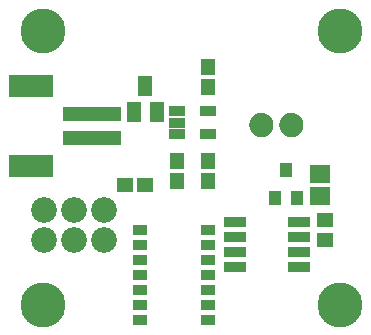
<source format=gbr>
G04 EAGLE Gerber RS-274X export*
G75*
%MOMM*%
%FSLAX34Y34*%
%LPD*%
%INSoldermask Top*%
%IPPOS*%
%AMOC8*
5,1,8,0,0,1.08239X$1,22.5*%
G01*
%ADD10C,3.804800*%
%ADD11R,1.004800X1.304800*%
%ADD12R,1.854800X0.904800*%
%ADD13R,1.404800X1.304800*%
%ADD14R,1.304800X0.804800*%
%ADD15R,1.404800X0.904800*%
%ADD16C,1.000000*%
%ADD17R,1.304800X1.404800*%
%ADD18R,1.304800X1.704800*%
%ADD19R,4.904800X1.304800*%
%ADD20R,3.704800X1.904800*%
%ADD21C,2.184400*%
%ADD22R,1.804800X1.604800*%


D10*
X29000Y29000D03*
X281000Y29000D03*
X29000Y261000D03*
X281000Y261000D03*
D11*
X235000Y143000D03*
X225500Y119000D03*
X244500Y119000D03*
D12*
X192000Y99050D03*
X192000Y86350D03*
X192000Y73650D03*
X192000Y60950D03*
X246000Y60950D03*
X246000Y73650D03*
X246000Y86350D03*
X246000Y99050D03*
D13*
X268000Y100500D03*
X268000Y83500D03*
D14*
X111250Y54000D03*
X168750Y54000D03*
X111250Y79400D03*
X168750Y79400D03*
X111250Y66700D03*
X168750Y66700D03*
X111250Y92100D03*
X168750Y92100D03*
X111250Y28600D03*
X168750Y28600D03*
X111250Y15900D03*
X168750Y15900D03*
X111250Y41300D03*
X168750Y41300D03*
D15*
X143000Y192500D03*
X143000Y183000D03*
X143000Y173500D03*
X169000Y173500D03*
X169000Y192500D03*
D16*
X234700Y181000D02*
X234702Y181141D01*
X234708Y181282D01*
X234718Y181422D01*
X234732Y181562D01*
X234750Y181702D01*
X234771Y181841D01*
X234797Y181980D01*
X234826Y182118D01*
X234860Y182254D01*
X234897Y182390D01*
X234938Y182525D01*
X234983Y182659D01*
X235032Y182791D01*
X235084Y182922D01*
X235140Y183051D01*
X235200Y183178D01*
X235263Y183304D01*
X235329Y183428D01*
X235400Y183551D01*
X235473Y183671D01*
X235550Y183789D01*
X235630Y183905D01*
X235714Y184018D01*
X235800Y184129D01*
X235890Y184238D01*
X235983Y184344D01*
X236078Y184447D01*
X236177Y184548D01*
X236278Y184646D01*
X236382Y184741D01*
X236489Y184833D01*
X236598Y184922D01*
X236710Y185007D01*
X236824Y185090D01*
X236940Y185170D01*
X237059Y185246D01*
X237180Y185318D01*
X237302Y185388D01*
X237427Y185453D01*
X237553Y185516D01*
X237681Y185574D01*
X237811Y185629D01*
X237942Y185681D01*
X238075Y185728D01*
X238209Y185772D01*
X238344Y185813D01*
X238480Y185849D01*
X238617Y185881D01*
X238755Y185910D01*
X238893Y185935D01*
X239033Y185955D01*
X239173Y185972D01*
X239313Y185985D01*
X239454Y185994D01*
X239594Y185999D01*
X239735Y186000D01*
X239876Y185997D01*
X240017Y185990D01*
X240157Y185979D01*
X240297Y185964D01*
X240437Y185945D01*
X240576Y185923D01*
X240714Y185896D01*
X240852Y185866D01*
X240988Y185831D01*
X241124Y185793D01*
X241258Y185751D01*
X241392Y185705D01*
X241524Y185656D01*
X241654Y185602D01*
X241783Y185545D01*
X241910Y185485D01*
X242036Y185421D01*
X242159Y185353D01*
X242281Y185282D01*
X242401Y185208D01*
X242518Y185130D01*
X242633Y185049D01*
X242746Y184965D01*
X242857Y184878D01*
X242965Y184787D01*
X243070Y184694D01*
X243173Y184597D01*
X243273Y184498D01*
X243370Y184396D01*
X243464Y184291D01*
X243555Y184184D01*
X243643Y184074D01*
X243728Y183962D01*
X243810Y183847D01*
X243889Y183730D01*
X243964Y183611D01*
X244036Y183490D01*
X244104Y183367D01*
X244169Y183242D01*
X244231Y183115D01*
X244288Y182986D01*
X244343Y182856D01*
X244393Y182725D01*
X244440Y182592D01*
X244483Y182458D01*
X244522Y182322D01*
X244557Y182186D01*
X244589Y182049D01*
X244616Y181911D01*
X244640Y181772D01*
X244660Y181632D01*
X244676Y181492D01*
X244688Y181352D01*
X244696Y181211D01*
X244700Y181070D01*
X244700Y180930D01*
X244696Y180789D01*
X244688Y180648D01*
X244676Y180508D01*
X244660Y180368D01*
X244640Y180228D01*
X244616Y180089D01*
X244589Y179951D01*
X244557Y179814D01*
X244522Y179678D01*
X244483Y179542D01*
X244440Y179408D01*
X244393Y179275D01*
X244343Y179144D01*
X244288Y179014D01*
X244231Y178885D01*
X244169Y178758D01*
X244104Y178633D01*
X244036Y178510D01*
X243964Y178389D01*
X243889Y178270D01*
X243810Y178153D01*
X243728Y178038D01*
X243643Y177926D01*
X243555Y177816D01*
X243464Y177709D01*
X243370Y177604D01*
X243273Y177502D01*
X243173Y177403D01*
X243070Y177306D01*
X242965Y177213D01*
X242857Y177122D01*
X242746Y177035D01*
X242633Y176951D01*
X242518Y176870D01*
X242401Y176792D01*
X242281Y176718D01*
X242159Y176647D01*
X242036Y176579D01*
X241910Y176515D01*
X241783Y176455D01*
X241654Y176398D01*
X241524Y176344D01*
X241392Y176295D01*
X241258Y176249D01*
X241124Y176207D01*
X240988Y176169D01*
X240852Y176134D01*
X240714Y176104D01*
X240576Y176077D01*
X240437Y176055D01*
X240297Y176036D01*
X240157Y176021D01*
X240017Y176010D01*
X239876Y176003D01*
X239735Y176000D01*
X239594Y176001D01*
X239454Y176006D01*
X239313Y176015D01*
X239173Y176028D01*
X239033Y176045D01*
X238893Y176065D01*
X238755Y176090D01*
X238617Y176119D01*
X238480Y176151D01*
X238344Y176187D01*
X238209Y176228D01*
X238075Y176272D01*
X237942Y176319D01*
X237811Y176371D01*
X237681Y176426D01*
X237553Y176484D01*
X237427Y176547D01*
X237302Y176612D01*
X237180Y176682D01*
X237059Y176754D01*
X236940Y176830D01*
X236824Y176910D01*
X236710Y176993D01*
X236598Y177078D01*
X236489Y177167D01*
X236382Y177259D01*
X236278Y177354D01*
X236177Y177452D01*
X236078Y177553D01*
X235983Y177656D01*
X235890Y177762D01*
X235800Y177871D01*
X235714Y177982D01*
X235630Y178095D01*
X235550Y178211D01*
X235473Y178329D01*
X235400Y178449D01*
X235329Y178572D01*
X235263Y178696D01*
X235200Y178822D01*
X235140Y178949D01*
X235084Y179078D01*
X235032Y179209D01*
X234983Y179341D01*
X234938Y179475D01*
X234897Y179610D01*
X234860Y179746D01*
X234826Y179882D01*
X234797Y180020D01*
X234771Y180159D01*
X234750Y180298D01*
X234732Y180438D01*
X234718Y180578D01*
X234708Y180718D01*
X234702Y180859D01*
X234700Y181000D01*
X209300Y181000D02*
X209302Y181141D01*
X209308Y181282D01*
X209318Y181422D01*
X209332Y181562D01*
X209350Y181702D01*
X209371Y181841D01*
X209397Y181980D01*
X209426Y182118D01*
X209460Y182254D01*
X209497Y182390D01*
X209538Y182525D01*
X209583Y182659D01*
X209632Y182791D01*
X209684Y182922D01*
X209740Y183051D01*
X209800Y183178D01*
X209863Y183304D01*
X209929Y183428D01*
X210000Y183551D01*
X210073Y183671D01*
X210150Y183789D01*
X210230Y183905D01*
X210314Y184018D01*
X210400Y184129D01*
X210490Y184238D01*
X210583Y184344D01*
X210678Y184447D01*
X210777Y184548D01*
X210878Y184646D01*
X210982Y184741D01*
X211089Y184833D01*
X211198Y184922D01*
X211310Y185007D01*
X211424Y185090D01*
X211540Y185170D01*
X211659Y185246D01*
X211780Y185318D01*
X211902Y185388D01*
X212027Y185453D01*
X212153Y185516D01*
X212281Y185574D01*
X212411Y185629D01*
X212542Y185681D01*
X212675Y185728D01*
X212809Y185772D01*
X212944Y185813D01*
X213080Y185849D01*
X213217Y185881D01*
X213355Y185910D01*
X213493Y185935D01*
X213633Y185955D01*
X213773Y185972D01*
X213913Y185985D01*
X214054Y185994D01*
X214194Y185999D01*
X214335Y186000D01*
X214476Y185997D01*
X214617Y185990D01*
X214757Y185979D01*
X214897Y185964D01*
X215037Y185945D01*
X215176Y185923D01*
X215314Y185896D01*
X215452Y185866D01*
X215588Y185831D01*
X215724Y185793D01*
X215858Y185751D01*
X215992Y185705D01*
X216124Y185656D01*
X216254Y185602D01*
X216383Y185545D01*
X216510Y185485D01*
X216636Y185421D01*
X216759Y185353D01*
X216881Y185282D01*
X217001Y185208D01*
X217118Y185130D01*
X217233Y185049D01*
X217346Y184965D01*
X217457Y184878D01*
X217565Y184787D01*
X217670Y184694D01*
X217773Y184597D01*
X217873Y184498D01*
X217970Y184396D01*
X218064Y184291D01*
X218155Y184184D01*
X218243Y184074D01*
X218328Y183962D01*
X218410Y183847D01*
X218489Y183730D01*
X218564Y183611D01*
X218636Y183490D01*
X218704Y183367D01*
X218769Y183242D01*
X218831Y183115D01*
X218888Y182986D01*
X218943Y182856D01*
X218993Y182725D01*
X219040Y182592D01*
X219083Y182458D01*
X219122Y182322D01*
X219157Y182186D01*
X219189Y182049D01*
X219216Y181911D01*
X219240Y181772D01*
X219260Y181632D01*
X219276Y181492D01*
X219288Y181352D01*
X219296Y181211D01*
X219300Y181070D01*
X219300Y180930D01*
X219296Y180789D01*
X219288Y180648D01*
X219276Y180508D01*
X219260Y180368D01*
X219240Y180228D01*
X219216Y180089D01*
X219189Y179951D01*
X219157Y179814D01*
X219122Y179678D01*
X219083Y179542D01*
X219040Y179408D01*
X218993Y179275D01*
X218943Y179144D01*
X218888Y179014D01*
X218831Y178885D01*
X218769Y178758D01*
X218704Y178633D01*
X218636Y178510D01*
X218564Y178389D01*
X218489Y178270D01*
X218410Y178153D01*
X218328Y178038D01*
X218243Y177926D01*
X218155Y177816D01*
X218064Y177709D01*
X217970Y177604D01*
X217873Y177502D01*
X217773Y177403D01*
X217670Y177306D01*
X217565Y177213D01*
X217457Y177122D01*
X217346Y177035D01*
X217233Y176951D01*
X217118Y176870D01*
X217001Y176792D01*
X216881Y176718D01*
X216759Y176647D01*
X216636Y176579D01*
X216510Y176515D01*
X216383Y176455D01*
X216254Y176398D01*
X216124Y176344D01*
X215992Y176295D01*
X215858Y176249D01*
X215724Y176207D01*
X215588Y176169D01*
X215452Y176134D01*
X215314Y176104D01*
X215176Y176077D01*
X215037Y176055D01*
X214897Y176036D01*
X214757Y176021D01*
X214617Y176010D01*
X214476Y176003D01*
X214335Y176000D01*
X214194Y176001D01*
X214054Y176006D01*
X213913Y176015D01*
X213773Y176028D01*
X213633Y176045D01*
X213493Y176065D01*
X213355Y176090D01*
X213217Y176119D01*
X213080Y176151D01*
X212944Y176187D01*
X212809Y176228D01*
X212675Y176272D01*
X212542Y176319D01*
X212411Y176371D01*
X212281Y176426D01*
X212153Y176484D01*
X212027Y176547D01*
X211902Y176612D01*
X211780Y176682D01*
X211659Y176754D01*
X211540Y176830D01*
X211424Y176910D01*
X211310Y176993D01*
X211198Y177078D01*
X211089Y177167D01*
X210982Y177259D01*
X210878Y177354D01*
X210777Y177452D01*
X210678Y177553D01*
X210583Y177656D01*
X210490Y177762D01*
X210400Y177871D01*
X210314Y177982D01*
X210230Y178095D01*
X210150Y178211D01*
X210073Y178329D01*
X210000Y178449D01*
X209929Y178572D01*
X209863Y178696D01*
X209800Y178822D01*
X209740Y178949D01*
X209684Y179078D01*
X209632Y179209D01*
X209583Y179341D01*
X209538Y179475D01*
X209497Y179610D01*
X209460Y179746D01*
X209426Y179882D01*
X209397Y180020D01*
X209371Y180159D01*
X209350Y180298D01*
X209332Y180438D01*
X209318Y180578D01*
X209308Y180718D01*
X209302Y180859D01*
X209300Y181000D01*
D17*
X143000Y150500D03*
X143000Y133500D03*
X169000Y150500D03*
X169000Y133500D03*
X169000Y213500D03*
X169000Y230500D03*
D18*
X116000Y214000D03*
X125500Y192000D03*
X106500Y192000D03*
D19*
X71000Y170000D03*
X71000Y190000D03*
D20*
X19000Y146000D03*
X19000Y214000D03*
D21*
X30600Y83300D03*
X30600Y108700D03*
X56000Y83300D03*
X56000Y108700D03*
X81400Y83300D03*
X81400Y108700D03*
D13*
X115500Y130000D03*
X98500Y130000D03*
D22*
X264000Y139500D03*
X264000Y120500D03*
M02*

</source>
